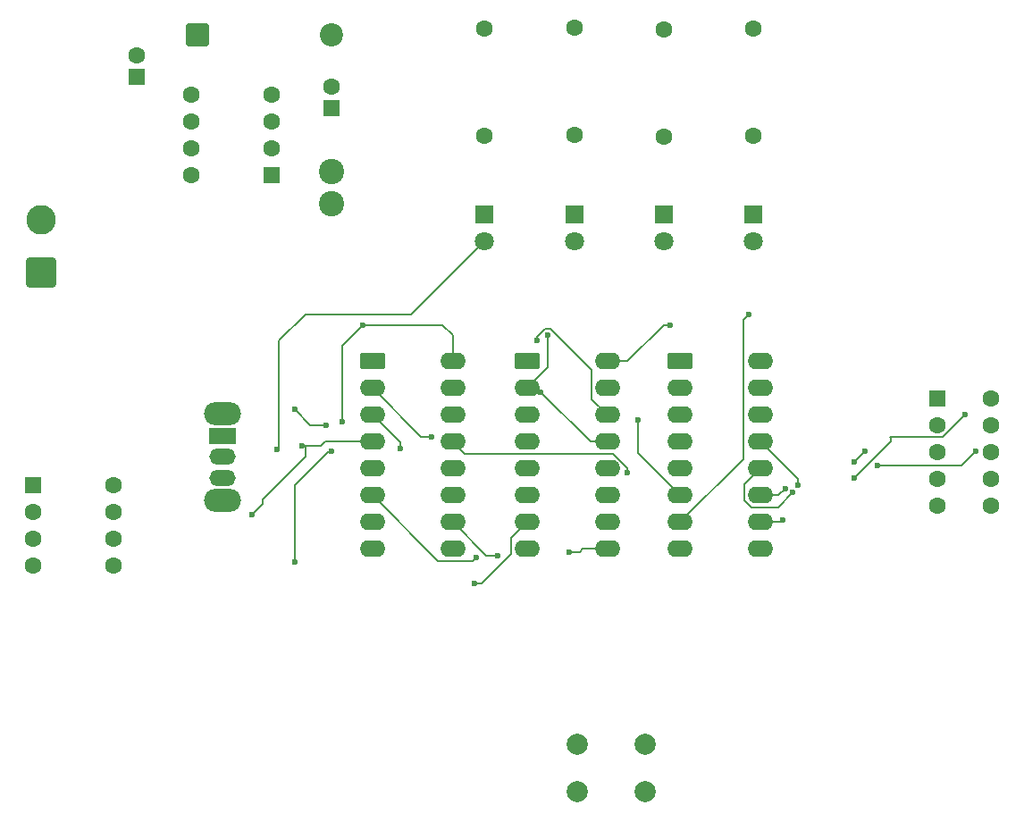
<source format=gbr>
%TF.GenerationSoftware,KiCad,Pcbnew,9.0.3*%
%TF.CreationDate,2025-12-16T09:58:44+01:00*%
%TF.ProjectId,PTP_Dario_Ladovic_project1,5054505f-4461-4726-996f-5f4c61646f76,rev?*%
%TF.SameCoordinates,Original*%
%TF.FileFunction,Copper,L2,Bot*%
%TF.FilePolarity,Positive*%
%FSLAX46Y46*%
G04 Gerber Fmt 4.6, Leading zero omitted, Abs format (unit mm)*
G04 Created by KiCad (PCBNEW 9.0.3) date 2025-12-16 09:58:44*
%MOMM*%
%LPD*%
G01*
G04 APERTURE LIST*
G04 Aperture macros list*
%AMRoundRect*
0 Rectangle with rounded corners*
0 $1 Rounding radius*
0 $2 $3 $4 $5 $6 $7 $8 $9 X,Y pos of 4 corners*
0 Add a 4 corners polygon primitive as box body*
4,1,4,$2,$3,$4,$5,$6,$7,$8,$9,$2,$3,0*
0 Add four circle primitives for the rounded corners*
1,1,$1+$1,$2,$3*
1,1,$1+$1,$4,$5*
1,1,$1+$1,$6,$7*
1,1,$1+$1,$8,$9*
0 Add four rect primitives between the rounded corners*
20,1,$1+$1,$2,$3,$4,$5,0*
20,1,$1+$1,$4,$5,$6,$7,0*
20,1,$1+$1,$6,$7,$8,$9,0*
20,1,$1+$1,$8,$9,$2,$3,0*%
G04 Aperture macros list end*
%TA.AperFunction,ComponentPad*%
%ADD10RoundRect,0.250000X0.550000X0.550000X-0.550000X0.550000X-0.550000X-0.550000X0.550000X-0.550000X0*%
%TD*%
%TA.AperFunction,ComponentPad*%
%ADD11C,1.600000*%
%TD*%
%TA.AperFunction,ComponentPad*%
%ADD12RoundRect,0.250000X-0.550000X-0.550000X0.550000X-0.550000X0.550000X0.550000X-0.550000X0.550000X0*%
%TD*%
%TA.AperFunction,ComponentPad*%
%ADD13C,2.400000*%
%TD*%
%TA.AperFunction,ComponentPad*%
%ADD14RoundRect,0.250000X0.550000X-0.550000X0.550000X0.550000X-0.550000X0.550000X-0.550000X-0.550000X0*%
%TD*%
%TA.AperFunction,ComponentPad*%
%ADD15RoundRect,0.250000X-0.950000X-0.550000X0.950000X-0.550000X0.950000X0.550000X-0.950000X0.550000X0*%
%TD*%
%TA.AperFunction,ComponentPad*%
%ADD16O,2.400000X1.600000*%
%TD*%
%TA.AperFunction,ComponentPad*%
%ADD17R,1.800000X1.800000*%
%TD*%
%TA.AperFunction,ComponentPad*%
%ADD18C,1.800000*%
%TD*%
%TA.AperFunction,ComponentPad*%
%ADD19C,2.000000*%
%TD*%
%TA.AperFunction,ComponentPad*%
%ADD20O,3.500000X2.200000*%
%TD*%
%TA.AperFunction,ComponentPad*%
%ADD21R,2.500000X1.500000*%
%TD*%
%TA.AperFunction,ComponentPad*%
%ADD22O,2.500000X1.500000*%
%TD*%
%TA.AperFunction,ComponentPad*%
%ADD23R,1.600000X1.600000*%
%TD*%
%TA.AperFunction,ComponentPad*%
%ADD24RoundRect,0.250001X1.149999X-1.149999X1.149999X1.149999X-1.149999X1.149999X-1.149999X-1.149999X0*%
%TD*%
%TA.AperFunction,ComponentPad*%
%ADD25C,2.800000*%
%TD*%
%TA.AperFunction,ComponentPad*%
%ADD26RoundRect,0.249999X-0.850001X-0.850001X0.850001X-0.850001X0.850001X0.850001X-0.850001X0.850001X0*%
%TD*%
%TA.AperFunction,ComponentPad*%
%ADD27C,2.200000*%
%TD*%
%TA.AperFunction,ViaPad*%
%ADD28C,0.600000*%
%TD*%
%TA.AperFunction,Conductor*%
%ADD29C,0.200000*%
%TD*%
G04 APERTURE END LIST*
D10*
%TO.P,U1,1,FB*%
%TO.N,+5V*%
X130305000Y-65810000D03*
D11*
%TO.P,U1,2,SGND*%
%TO.N,GND*%
X130305000Y-63270000D03*
%TO.P,U1,3,~{ON}/OFF*%
X130305000Y-60730000D03*
%TO.P,U1,4,PGND*%
X130305000Y-58190000D03*
%TO.P,U1,5,VIN*%
%TO.N,VD*%
X122685000Y-58190000D03*
%TO.P,U1,6,NC*%
%TO.N,unconnected-(U1-NC-Pad6)*%
X122685000Y-60730000D03*
%TO.P,U1,7,OUT*%
%TO.N,Net-(D4-K)*%
X122685000Y-63270000D03*
%TO.P,U1,8,NC*%
%TO.N,unconnected-(U1-NC-Pad8)*%
X122685000Y-65810000D03*
%TD*%
D12*
%TO.P,U7,1,GND*%
%TO.N,GND*%
X107695000Y-95190000D03*
D11*
%TO.P,U7,2,TR*%
%TO.N,Net-(U7-THR)*%
X107695000Y-97730000D03*
%TO.P,U7,3,Q*%
%TO.N,555*%
X107695000Y-100270000D03*
%TO.P,U7,4,R*%
%TO.N,+5V*%
X107695000Y-102810000D03*
%TO.P,U7,5,CV*%
%TO.N,unconnected-(U7-CV-Pad5)*%
X115315000Y-102810000D03*
%TO.P,U7,6,THR*%
%TO.N,Net-(U7-THR)*%
X115315000Y-100270000D03*
%TO.P,U7,7,DIS*%
%TO.N,Net-(U7-DIS)*%
X115315000Y-97730000D03*
%TO.P,U7,8,VCC*%
%TO.N,+5V*%
X115315000Y-95190000D03*
%TD*%
D13*
%TO.P,L1,1,1*%
%TO.N,Net-(D4-K)*%
X136000000Y-65500000D03*
%TO.P,L1,2,2*%
%TO.N,+5V*%
X136000000Y-68500000D03*
%TD*%
D14*
%TO.P,C2,1*%
%TO.N,+5V*%
X136000000Y-59455113D03*
D11*
%TO.P,C2,2*%
%TO.N,GND*%
X136000000Y-57455113D03*
%TD*%
D15*
%TO.P,U4,1,B*%
%TO.N,Q1*%
X169000000Y-83460000D03*
D16*
%TO.P,U4,2,C*%
%TO.N,Q2*%
X169000000Y-86000000D03*
%TO.P,U4,3,LT*%
%TO.N,Net-(U4-BI)*%
X169000000Y-88540000D03*
%TO.P,U4,4,BI*%
X169000000Y-91080000D03*
%TO.P,U4,5,RBI*%
X169000000Y-93620000D03*
%TO.P,U4,6,D*%
%TO.N,Q3*%
X169000000Y-96160000D03*
%TO.P,U4,7,A*%
%TO.N,Q0*%
X169000000Y-98700000D03*
%TO.P,U4,8,GND*%
%TO.N,GND*%
X169000000Y-101240000D03*
%TO.P,U4,9,e*%
%TO.N,Net-(U4-e)*%
X176620000Y-101240000D03*
%TO.P,U4,10,d*%
%TO.N,Net-(U4-d)*%
X176620000Y-98700000D03*
%TO.P,U4,11,c*%
%TO.N,Net-(U4-c)*%
X176620000Y-96160000D03*
%TO.P,U4,12,b*%
%TO.N,Net-(U4-b)*%
X176620000Y-93620000D03*
%TO.P,U4,13,a*%
%TO.N,Net-(U4-a)*%
X176620000Y-91080000D03*
%TO.P,U4,14,g*%
%TO.N,Net-(U4-g)*%
X176620000Y-88540000D03*
%TO.P,U4,15,f*%
%TO.N,Net-(U4-f)*%
X176620000Y-86000000D03*
%TO.P,U4,16,VCC*%
%TO.N,unconnected-(U4-VCC-Pad16)*%
X176620000Y-83460000D03*
%TD*%
D17*
%TO.P,D3,1,K*%
%TO.N,Net-(D3-K)*%
X159000000Y-69500000D03*
D18*
%TO.P,D3,2,A*%
%TO.N,Q2*%
X159000000Y-72040000D03*
%TD*%
D15*
%TO.P,U2,1,Q*%
%TO.N,unconnected-(U2A-Q-Pad1)*%
X139880000Y-83460000D03*
D16*
%TO.P,U2,2,~{Q}*%
%TO.N,Q0*%
X139880000Y-86000000D03*
%TO.P,U2,3,C*%
%TO.N,Clock*%
X139880000Y-88540000D03*
%TO.P,U2,4,R*%
%TO.N,GND*%
X139880000Y-91080000D03*
%TO.P,U2,5,K*%
%TO.N,Net-(U2A-J)*%
X139880000Y-93620000D03*
%TO.P,U2,6,J*%
X139880000Y-96160000D03*
%TO.P,U2,7,S*%
%TO.N,Reset*%
X139880000Y-98700000D03*
%TO.P,U2,8,VSS*%
%TO.N,GND*%
X139880000Y-101240000D03*
%TO.P,U2,9,S*%
%TO.N,Reset*%
X147500000Y-101240000D03*
%TO.P,U2,10,J*%
%TO.N,Net-(U2B-J)*%
X147500000Y-98700000D03*
%TO.P,U2,11,K*%
X147500000Y-96160000D03*
%TO.P,U2,12,R*%
%TO.N,GND*%
X147500000Y-93620000D03*
%TO.P,U2,13,C*%
%TO.N,Q0*%
X147500000Y-91080000D03*
%TO.P,U2,14,~{Q}*%
%TO.N,Q1*%
X147500000Y-88540000D03*
%TO.P,U2,15,Q*%
%TO.N,unconnected-(U2B-Q-Pad15)*%
X147500000Y-86000000D03*
%TO.P,U2,16,VDD*%
%TO.N,+5V*%
X147500000Y-83460000D03*
%TD*%
D17*
%TO.P,D1,1,K*%
%TO.N,Net-(D1-K)*%
X176000000Y-69500000D03*
D18*
%TO.P,D1,2,A*%
%TO.N,Q0*%
X176000000Y-72040000D03*
%TD*%
D14*
%TO.P,C1,1*%
%TO.N,VD*%
X117500000Y-56500000D03*
D11*
%TO.P,C1,2*%
%TO.N,GND*%
X117500000Y-54500000D03*
%TD*%
%TO.P,R2,1*%
%TO.N,GND*%
X167500000Y-52000000D03*
%TO.P,R2,2*%
%TO.N,Net-(D2-K)*%
X167500000Y-62160000D03*
%TD*%
D17*
%TO.P,D2,1,K*%
%TO.N,Net-(D2-K)*%
X167500000Y-69500000D03*
D18*
%TO.P,D2,2,A*%
%TO.N,Q1*%
X167500000Y-72040000D03*
%TD*%
D15*
%TO.P,U3,1,Q*%
%TO.N,unconnected-(U3A-Q-Pad1)*%
X154500000Y-83460000D03*
D16*
%TO.P,U3,2,~{Q}*%
%TO.N,Q2*%
X154500000Y-86000000D03*
%TO.P,U3,3,C*%
%TO.N,Q1*%
X154500000Y-88540000D03*
%TO.P,U3,4,R*%
%TO.N,GND*%
X154500000Y-91080000D03*
%TO.P,U3,5,K*%
%TO.N,Net-(U3A-J)*%
X154500000Y-93620000D03*
%TO.P,U3,6,J*%
X154500000Y-96160000D03*
%TO.P,U3,7,S*%
%TO.N,Reset*%
X154500000Y-98700000D03*
%TO.P,U3,8,VSS*%
%TO.N,GND*%
X154500000Y-101240000D03*
%TO.P,U3,9,S*%
%TO.N,Reset*%
X162120000Y-101240000D03*
%TO.P,U3,10,J*%
%TO.N,Net-(U3B-J)*%
X162120000Y-98700000D03*
%TO.P,U3,11,K*%
X162120000Y-96160000D03*
%TO.P,U3,12,R*%
%TO.N,GND*%
X162120000Y-93620000D03*
%TO.P,U3,13,C*%
%TO.N,Q2*%
X162120000Y-91080000D03*
%TO.P,U3,14,~{Q}*%
%TO.N,Q3*%
X162120000Y-88540000D03*
%TO.P,U3,15,Q*%
%TO.N,unconnected-(U3B-Q-Pad15)*%
X162120000Y-86000000D03*
%TO.P,U3,16,VDD*%
%TO.N,+5V*%
X162120000Y-83460000D03*
%TD*%
D19*
%TO.P,SW1,1,A*%
%TO.N,GND*%
X159250000Y-119750000D03*
X165750000Y-119750000D03*
%TO.P,SW1,2,A*%
X159250000Y-124250000D03*
X165750000Y-124250000D03*
%TD*%
D11*
%TO.P,R3,1*%
%TO.N,Net-(D3-K)*%
X159000000Y-62000000D03*
%TO.P,R3,2*%
%TO.N,GND*%
X159000000Y-51840000D03*
%TD*%
%TO.P,R1,1*%
%TO.N,Net-(D1-K)*%
X176000000Y-62080000D03*
%TO.P,R1,2*%
%TO.N,GND*%
X176000000Y-51920000D03*
%TD*%
%TO.P,R4,1*%
%TO.N,Net-(D5-K)*%
X150500000Y-62080000D03*
%TO.P,R4,2*%
%TO.N,GND*%
X150500000Y-51920000D03*
%TD*%
D17*
%TO.P,D5,1,K*%
%TO.N,Net-(D5-K)*%
X150500000Y-69500000D03*
D18*
%TO.P,D5,2,A*%
%TO.N,Q3*%
X150500000Y-72040000D03*
%TD*%
D20*
%TO.P,SW2,*%
%TO.N,*%
X125702500Y-88400000D03*
X125702500Y-96600000D03*
D21*
%TO.P,SW2,1,C*%
%TO.N,555*%
X125702500Y-90500000D03*
D22*
%TO.P,SW2,2,B*%
%TO.N,Clock*%
X125702500Y-92500000D03*
%TO.P,SW2,3,A*%
%TO.N,Net-(SW2-A)*%
X125702500Y-94500000D03*
%TD*%
D23*
%TO.P,U5,1,CA*%
%TO.N,+5V*%
X193420000Y-86960000D03*
D11*
%TO.P,U5,2,F*%
%TO.N,Net-(U5-F)*%
X193420000Y-89500000D03*
%TO.P,U5,3,G*%
%TO.N,Net-(U5-G)*%
X193420000Y-92040000D03*
%TO.P,U5,4,E*%
%TO.N,Net-(U5-E)*%
X193420000Y-94580000D03*
%TO.P,U5,5,D*%
%TO.N,Net-(U5-D)*%
X193420000Y-97120000D03*
%TO.P,U5,6,CA*%
%TO.N,+5V*%
X198500000Y-97120000D03*
%TO.P,U5,7,DP*%
%TO.N,unconnected-(U5-DP-Pad7)*%
X198500000Y-94580000D03*
%TO.P,U5,8,C*%
%TO.N,Net-(U5-C)*%
X198500000Y-92040000D03*
%TO.P,U5,9,B*%
%TO.N,Net-(U5-B)*%
X198500000Y-89500000D03*
%TO.P,U5,10,A*%
%TO.N,Net-(U5-A)*%
X198500000Y-86960000D03*
%TD*%
D24*
%TO.P,J1,1,Pin_1*%
%TO.N,GND*%
X108500000Y-75000000D03*
D25*
%TO.P,J1,2,Pin_2*%
%TO.N,VD*%
X108500000Y-70000000D03*
%TD*%
D26*
%TO.P,D4,1,K*%
%TO.N,Net-(D4-K)*%
X123300000Y-52500000D03*
D27*
%TO.P,D4,2,A*%
%TO.N,GND*%
X136000000Y-52500000D03*
%TD*%
D28*
%TO.N,GND*%
X128500000Y-98000000D03*
%TO.N,Reset*%
X158500000Y-101500000D03*
X149500000Y-104500000D03*
%TO.N,+5V*%
X135500000Y-89500000D03*
X132500000Y-88000000D03*
%TO.N,Q0*%
X145500000Y-90579000D03*
X164000000Y-94000000D03*
X175500000Y-79000000D03*
%TO.N,Net-(U4-d)*%
X178721000Y-98500000D03*
%TO.N,Net-(U4-b)*%
X179725707Y-95836681D03*
%TO.N,Net-(U4-a)*%
X180174265Y-95174265D03*
%TO.N,Net-(U4-c)*%
X179000000Y-95500000D03*
%TO.N,Q3*%
X165000000Y-89000000D03*
X155500000Y-81500000D03*
%TO.N,+5V*%
X139000000Y-80000000D03*
%TO.N,Q2*%
X156500000Y-81000000D03*
X155845735Y-86345735D03*
%TO.N,Net-(U2B-J)*%
X151780054Y-101881525D03*
%TO.N,Net-(U5-A)*%
X185500000Y-94500000D03*
%TO.N,Net-(U5-C)*%
X185500000Y-93000000D03*
%TO.N,+5V*%
X136000000Y-92000000D03*
X132500000Y-102500000D03*
%TO.N,Net-(U5-C)*%
X186500000Y-92000000D03*
X187699265Y-93300735D03*
X197000000Y-92000000D03*
%TO.N,Net-(U5-A)*%
X196000000Y-88500000D03*
%TO.N,+5V*%
X168100000Y-80000000D03*
%TO.N,Net-(U2A-J)*%
X149701044Y-102020216D03*
%TO.N,Clock*%
X142500000Y-91680000D03*
%TO.N,GND*%
X133211500Y-91500000D03*
%TO.N,Q3*%
X130797031Y-91797031D03*
%TO.N,+5V*%
X137000000Y-89140000D03*
%TD*%
D29*
%TO.N,Net-(U5-A)*%
X193899000Y-90601000D02*
X196000000Y-88500000D01*
X189000000Y-91000000D02*
X189000000Y-90702000D01*
X189000000Y-90702000D02*
X188899000Y-90601000D01*
X185500000Y-94500000D02*
X189000000Y-91000000D01*
X188899000Y-90601000D02*
X193899000Y-90601000D01*
%TO.N,GND*%
X133500000Y-92500000D02*
X133500000Y-91500000D01*
X133500000Y-91500000D02*
X135000000Y-91500000D01*
X129500000Y-96500000D02*
X133500000Y-92500000D01*
X129500000Y-97000000D02*
X129500000Y-96500000D01*
X128500000Y-98000000D02*
X129500000Y-97000000D01*
%TO.N,Reset*%
X159500000Y-101500000D02*
X159760000Y-101240000D01*
X159760000Y-101240000D02*
X162120000Y-101240000D01*
X158500000Y-101500000D02*
X159500000Y-101500000D01*
X149500000Y-104500000D02*
X150195049Y-104500000D01*
X150195049Y-104500000D02*
X152999000Y-101696049D01*
X152999000Y-101696049D02*
X152999000Y-100201000D01*
X152999000Y-100201000D02*
X154500000Y-98700000D01*
%TO.N,+5V*%
X134000000Y-89500000D02*
X135500000Y-89500000D01*
X132500000Y-88000000D02*
X134000000Y-89500000D01*
%TO.N,Q0*%
X144459000Y-90579000D02*
X139880000Y-86000000D01*
X145500000Y-90579000D02*
X144459000Y-90579000D01*
X164000000Y-94000000D02*
X164000000Y-93542951D01*
X162638049Y-92181000D02*
X148601000Y-92181000D01*
X164000000Y-93542951D02*
X162638049Y-92181000D01*
X148601000Y-92181000D02*
X147500000Y-91080000D01*
X175000000Y-79500000D02*
X175000000Y-92700000D01*
X175500000Y-79000000D02*
X175000000Y-79500000D01*
X175000000Y-92700000D02*
X169000000Y-98700000D01*
%TO.N,Net-(U4-d)*%
X178521000Y-98700000D02*
X176620000Y-98700000D01*
X178721000Y-98500000D02*
X178521000Y-98700000D01*
%TO.N,Net-(U4-b)*%
X175119000Y-95121000D02*
X176620000Y-93620000D01*
X175119000Y-96616049D02*
X175119000Y-95121000D01*
X175763951Y-97261000D02*
X175119000Y-96616049D01*
X178301388Y-97261000D02*
X175763951Y-97261000D01*
X179725707Y-95836681D02*
X178301388Y-97261000D01*
%TO.N,Net-(U4-a)*%
X180174265Y-94634265D02*
X176620000Y-91080000D01*
X180174265Y-95174265D02*
X180174265Y-94634265D01*
%TO.N,Net-(U4-c)*%
X179000000Y-95500000D02*
X178340000Y-96160000D01*
X178340000Y-96160000D02*
X176620000Y-96160000D01*
%TO.N,Q3*%
X165000000Y-92160000D02*
X169000000Y-96160000D01*
X165000000Y-89000000D02*
X165000000Y-92160000D01*
X160619000Y-87039000D02*
X162120000Y-88540000D01*
X160619000Y-84269057D02*
X160619000Y-87039000D01*
X156748943Y-80399000D02*
X160619000Y-84269057D01*
X156251057Y-80399000D02*
X156748943Y-80399000D01*
X155500000Y-81150057D02*
X156251057Y-80399000D01*
X155500000Y-81500000D02*
X155500000Y-81150057D01*
%TO.N,Q2*%
X156500000Y-84000000D02*
X154500000Y-86000000D01*
X156500000Y-81000000D02*
X156500000Y-84000000D01*
X160580000Y-91080000D02*
X162120000Y-91080000D01*
X155845735Y-86345735D02*
X160580000Y-91080000D01*
%TO.N,Net-(U2B-J)*%
X150681525Y-101881525D02*
X147500000Y-98700000D01*
X151780054Y-101881525D02*
X150681525Y-101881525D01*
%TO.N,+5V*%
X135715271Y-92000000D02*
X136000000Y-92000000D01*
X132500000Y-95215271D02*
X135715271Y-92000000D01*
X132500000Y-95500000D02*
X132500000Y-95215271D01*
X132500000Y-102500000D02*
X132500000Y-95500000D01*
%TO.N,Net-(U5-C)*%
X186500000Y-92000000D02*
X185500000Y-93000000D01*
X195699265Y-93300735D02*
X187699265Y-93300735D01*
X197000000Y-92000000D02*
X195699265Y-93300735D01*
%TO.N,+5V*%
X167500000Y-80000000D02*
X164040000Y-83460000D01*
X164040000Y-83460000D02*
X162120000Y-83460000D01*
X168100000Y-80000000D02*
X167500000Y-80000000D01*
%TO.N,Q3*%
X131000000Y-81500000D02*
X133500000Y-79000000D01*
X143540000Y-79000000D02*
X150500000Y-72040000D01*
X131000000Y-91594062D02*
X131000000Y-81500000D01*
X133500000Y-79000000D02*
X143540000Y-79000000D01*
X130797031Y-91797031D02*
X131000000Y-91594062D01*
%TO.N,Net-(U2A-J)*%
X149380260Y-102341000D02*
X146061000Y-102341000D01*
X149701044Y-102020216D02*
X149380260Y-102341000D01*
X146061000Y-102341000D02*
X139880000Y-96160000D01*
%TO.N,Clock*%
X142500000Y-91160000D02*
X139880000Y-88540000D01*
X142500000Y-91680000D02*
X142500000Y-91160000D01*
%TO.N,GND*%
X133211500Y-91500000D02*
X133500000Y-91500000D01*
X135000000Y-91500000D02*
X135420000Y-91080000D01*
X135420000Y-91080000D02*
X139880000Y-91080000D01*
%TO.N,+5V*%
X147500000Y-81000000D02*
X147500000Y-83460000D01*
X146500000Y-80000000D02*
X147500000Y-81000000D01*
X137000000Y-89140000D02*
X137000000Y-82000000D01*
X139000000Y-80000000D02*
X146500000Y-80000000D01*
X137000000Y-82000000D02*
X139000000Y-80000000D01*
%TD*%
M02*

</source>
